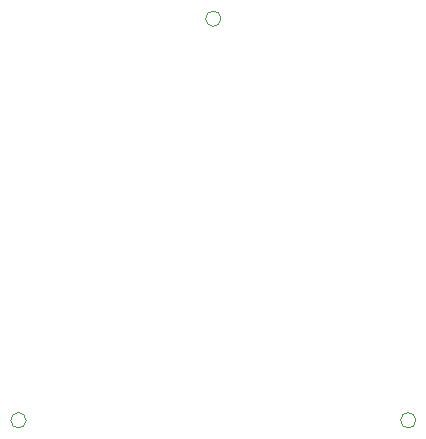
<source format=gbr>
%TF.GenerationSoftware,KiCad,Pcbnew,7.0.6*%
%TF.CreationDate,2023-07-27T19:46:57+01:00*%
%TF.ProjectId,Crenshaw,4372656e-7368-4617-972e-6b696361645f,V2.0*%
%TF.SameCoordinates,Original*%
%TF.FileFunction,Other,Comment*%
%FSLAX46Y46*%
G04 Gerber Fmt 4.6, Leading zero omitted, Abs format (unit mm)*
G04 Created by KiCad (PCBNEW 7.0.6) date 2023-07-27 19:46:57*
%MOMM*%
%LPD*%
G01*
G04 APERTURE LIST*
%ADD10C,0.100000*%
G04 APERTURE END LIST*
D10*
%TO.C,H1*%
X55650000Y-23000000D02*
G75*
G03*
X55650000Y-23000000I-650000J0D01*
G01*
%TO.C,H3*%
X39150000Y-57000000D02*
G75*
G03*
X39150000Y-57000000I-650000J0D01*
G01*
%TO.C,H2*%
X72150000Y-57000000D02*
G75*
G03*
X72150000Y-57000000I-650000J0D01*
G01*
%TD*%
M02*

</source>
